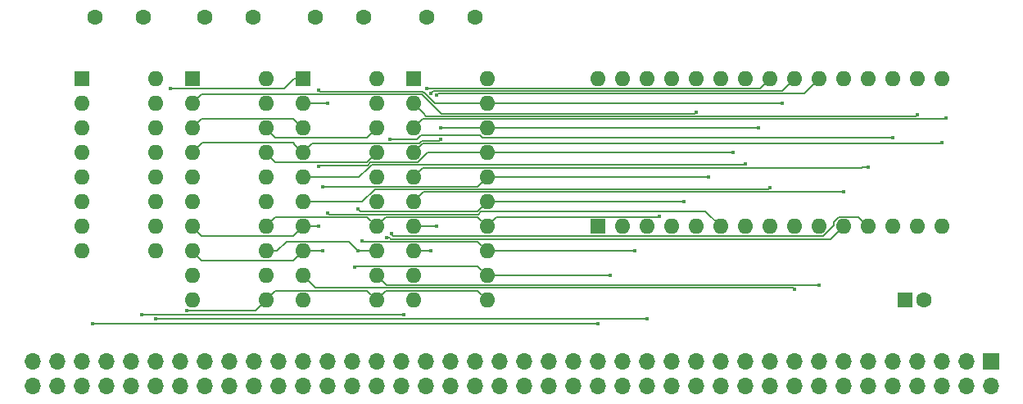
<source format=gbr>
G04 #@! TF.GenerationSoftware,KiCad,Pcbnew,(5.1.0-0)*
G04 #@! TF.CreationDate,2019-12-24T12:01:03-08:00*
G04 #@! TF.ProjectId,SerialCard,53657269-616c-4436-9172-642e6b696361,rev?*
G04 #@! TF.SameCoordinates,Original*
G04 #@! TF.FileFunction,Copper,L1,Top*
G04 #@! TF.FilePolarity,Positive*
%FSLAX46Y46*%
G04 Gerber Fmt 4.6, Leading zero omitted, Abs format (unit mm)*
G04 Created by KiCad (PCBNEW (5.1.0-0)) date 2019-12-24 12:01:03*
%MOMM*%
%LPD*%
G04 APERTURE LIST*
%ADD10O,1.700000X1.700000*%
%ADD11R,1.700000X1.700000*%
%ADD12O,1.600000X1.600000*%
%ADD13R,1.600000X1.600000*%
%ADD14C,1.600000*%
%ADD15C,0.450000*%
%ADD16C,0.127000*%
G04 APERTURE END LIST*
D10*
X64770000Y-133350000D03*
X64770000Y-130810000D03*
X67310000Y-133350000D03*
X67310000Y-130810000D03*
X69850000Y-133350000D03*
X69850000Y-130810000D03*
X72390000Y-133350000D03*
X72390000Y-130810000D03*
X74930000Y-133350000D03*
X74930000Y-130810000D03*
X77470000Y-133350000D03*
X77470000Y-130810000D03*
X80010000Y-133350000D03*
X80010000Y-130810000D03*
X82550000Y-133350000D03*
X82550000Y-130810000D03*
X85090000Y-133350000D03*
X85090000Y-130810000D03*
X87630000Y-133350000D03*
X87630000Y-130810000D03*
X90170000Y-133350000D03*
X90170000Y-130810000D03*
X92710000Y-133350000D03*
X92710000Y-130810000D03*
X95250000Y-133350000D03*
X95250000Y-130810000D03*
X97790000Y-133350000D03*
X97790000Y-130810000D03*
X100330000Y-133350000D03*
X100330000Y-130810000D03*
X102870000Y-133350000D03*
X102870000Y-130810000D03*
X105410000Y-133350000D03*
X105410000Y-130810000D03*
X107950000Y-133350000D03*
X107950000Y-130810000D03*
X110490000Y-133350000D03*
X110490000Y-130810000D03*
X113030000Y-133350000D03*
X113030000Y-130810000D03*
X115570000Y-133350000D03*
X115570000Y-130810000D03*
X118110000Y-133350000D03*
X118110000Y-130810000D03*
X120650000Y-133350000D03*
X120650000Y-130810000D03*
X123190000Y-133350000D03*
X123190000Y-130810000D03*
X125730000Y-133350000D03*
X125730000Y-130810000D03*
X128270000Y-133350000D03*
X128270000Y-130810000D03*
X130810000Y-133350000D03*
X130810000Y-130810000D03*
X133350000Y-133350000D03*
X133350000Y-130810000D03*
X135890000Y-133350000D03*
X135890000Y-130810000D03*
X138430000Y-133350000D03*
X138430000Y-130810000D03*
X140970000Y-133350000D03*
X140970000Y-130810000D03*
X143510000Y-133350000D03*
X143510000Y-130810000D03*
X146050000Y-133350000D03*
X146050000Y-130810000D03*
X148590000Y-133350000D03*
X148590000Y-130810000D03*
X151130000Y-133350000D03*
X151130000Y-130810000D03*
X153670000Y-133350000D03*
X153670000Y-130810000D03*
X156210000Y-133350000D03*
X156210000Y-130810000D03*
X158750000Y-133350000D03*
X158750000Y-130810000D03*
X161290000Y-133350000D03*
X161290000Y-130810000D03*
X163830000Y-133350000D03*
D11*
X163830000Y-130810000D03*
D12*
X111760000Y-101600000D03*
X104140000Y-124460000D03*
X111760000Y-104140000D03*
X104140000Y-121920000D03*
X111760000Y-106680000D03*
X104140000Y-119380000D03*
X111760000Y-109220000D03*
X104140000Y-116840000D03*
X111760000Y-111760000D03*
X104140000Y-114300000D03*
X111760000Y-114300000D03*
X104140000Y-111760000D03*
X111760000Y-116840000D03*
X104140000Y-109220000D03*
X111760000Y-119380000D03*
X104140000Y-106680000D03*
X111760000Y-121920000D03*
X104140000Y-104140000D03*
X111760000Y-124460000D03*
D13*
X104140000Y-101600000D03*
D12*
X88900000Y-101600000D03*
X81280000Y-124460000D03*
X88900000Y-104140000D03*
X81280000Y-121920000D03*
X88900000Y-106680000D03*
X81280000Y-119380000D03*
X88900000Y-109220000D03*
X81280000Y-116840000D03*
X88900000Y-111760000D03*
X81280000Y-114300000D03*
X88900000Y-114300000D03*
X81280000Y-111760000D03*
X88900000Y-116840000D03*
X81280000Y-109220000D03*
X88900000Y-119380000D03*
X81280000Y-106680000D03*
X88900000Y-121920000D03*
X81280000Y-104140000D03*
X88900000Y-124460000D03*
D13*
X81280000Y-101600000D03*
D12*
X100330000Y-101600000D03*
X92710000Y-124460000D03*
X100330000Y-104140000D03*
X92710000Y-121920000D03*
X100330000Y-106680000D03*
X92710000Y-119380000D03*
X100330000Y-109220000D03*
X92710000Y-116840000D03*
X100330000Y-111760000D03*
X92710000Y-114300000D03*
X100330000Y-114300000D03*
X92710000Y-111760000D03*
X100330000Y-116840000D03*
X92710000Y-109220000D03*
X100330000Y-119380000D03*
X92710000Y-106680000D03*
X100330000Y-121920000D03*
X92710000Y-104140000D03*
X100330000Y-124460000D03*
D13*
X92710000Y-101600000D03*
D12*
X77470000Y-101600000D03*
X69850000Y-119380000D03*
X77470000Y-104140000D03*
X69850000Y-116840000D03*
X77470000Y-106680000D03*
X69850000Y-114300000D03*
X77470000Y-109220000D03*
X69850000Y-111760000D03*
X77470000Y-111760000D03*
X69850000Y-109220000D03*
X77470000Y-114300000D03*
X69850000Y-106680000D03*
X77470000Y-116840000D03*
X69850000Y-104140000D03*
X77470000Y-119380000D03*
D13*
X69850000Y-101600000D03*
D14*
X156940000Y-124460000D03*
D13*
X154940000Y-124460000D03*
D14*
X71200000Y-95250000D03*
X76200000Y-95250000D03*
X105490000Y-95250000D03*
X110490000Y-95250000D03*
X93980000Y-95250000D03*
X98980000Y-95250000D03*
X82550000Y-95250000D03*
X87550000Y-95250000D03*
D12*
X158750000Y-101600000D03*
X158750000Y-116840000D03*
X123190000Y-101600000D03*
X156210000Y-116840000D03*
X125730000Y-101600000D03*
X153670000Y-116840000D03*
X128270000Y-101600000D03*
X151130000Y-116840000D03*
X130810000Y-101600000D03*
X148590000Y-116840000D03*
X133350000Y-101600000D03*
X146050000Y-116840000D03*
X135890000Y-101600000D03*
X143510000Y-116840000D03*
X138430000Y-101600000D03*
X140970000Y-116840000D03*
X140970000Y-101600000D03*
X138430000Y-116840000D03*
X143510000Y-101600000D03*
X135890000Y-116840000D03*
X146050000Y-101600000D03*
X133350000Y-116840000D03*
X148590000Y-101600000D03*
X130810000Y-116840000D03*
X151130000Y-101600000D03*
X128270000Y-116840000D03*
X153670000Y-101600000D03*
X125730000Y-116840000D03*
X156210000Y-101600000D03*
D13*
X123190000Y-116840000D03*
D15*
X158750000Y-108204000D03*
X159165500Y-105664000D03*
X156210000Y-105273999D03*
X101727000Y-107813999D03*
X153670000Y-107696000D03*
X101854000Y-117602000D03*
X101346000Y-117973999D03*
X146050000Y-122936000D03*
X143510000Y-123351500D03*
X140970000Y-112868500D03*
X105537000Y-102616000D03*
X138430000Y-110353999D03*
X105952500Y-103132086D03*
X105952500Y-119380000D03*
X95250000Y-115433999D03*
X95250000Y-104140000D03*
X106540639Y-103285500D03*
X106553000Y-116840000D03*
X133350000Y-105019989D03*
X148590000Y-113284000D03*
X151130000Y-110744000D03*
X79037503Y-102616000D03*
X77470000Y-126399500D03*
X128270000Y-126365000D03*
X106956139Y-106680000D03*
X106959489Y-107813999D03*
X139827000Y-106680000D03*
X103124000Y-125984000D03*
X76073000Y-125984000D03*
X70993000Y-126873000D03*
X123190000Y-126873000D03*
X98840500Y-118364000D03*
X127000000Y-119380000D03*
X98425000Y-119380000D03*
X98425000Y-115062000D03*
X132080000Y-114300000D03*
X94361000Y-116840000D03*
X94361000Y-110617000D03*
X137160000Y-109220000D03*
X94361000Y-102733999D03*
X142240000Y-104140000D03*
X80674573Y-125568500D03*
X98044000Y-121031000D03*
X124460000Y-121920000D03*
X129540000Y-115824000D03*
X94776500Y-112776000D03*
X94742000Y-119380000D03*
X134620000Y-111760000D03*
D16*
X105130501Y-108229499D02*
X111284559Y-108229499D01*
X104140000Y-109220000D02*
X105130501Y-108229499D01*
X158724501Y-108229499D02*
X158750000Y-108204000D01*
X111284559Y-108229499D02*
X158724501Y-108229499D01*
X105130501Y-105689499D02*
X111284559Y-105689499D01*
X104140000Y-106680000D02*
X105130501Y-105689499D01*
X159140001Y-105689499D02*
X159165500Y-105664000D01*
X111284559Y-105689499D02*
X159140001Y-105689499D01*
X104140000Y-104140000D02*
X105156000Y-105156000D01*
X156048510Y-105435489D02*
X156210000Y-105273999D01*
X105435489Y-105435489D02*
X156048510Y-105435489D01*
X105156000Y-105156000D02*
X105435489Y-105435489D01*
X104471943Y-107813999D02*
X101727000Y-107813999D01*
X111012556Y-107398498D02*
X104887444Y-107398498D01*
X111284559Y-107670501D02*
X111012556Y-107398498D01*
X104887444Y-107398498D02*
X104471943Y-107813999D01*
X153644501Y-107670501D02*
X111284559Y-107670501D01*
X153670000Y-107696000D02*
X153644501Y-107670501D01*
X148114559Y-115849499D02*
X150139499Y-115849499D01*
X150139499Y-115849499D02*
X150330001Y-116040001D01*
X147599499Y-116364559D02*
X148114559Y-115849499D01*
X150330001Y-116040001D02*
X151130000Y-116840000D01*
X147599499Y-116756443D02*
X147599499Y-116364559D01*
X146525441Y-117830501D02*
X147599499Y-116756443D01*
X102082501Y-117830501D02*
X146525441Y-117830501D01*
X101854000Y-117602000D02*
X102082501Y-117830501D01*
X101664198Y-117973999D02*
X101825688Y-118135489D01*
X101346000Y-117973999D02*
X101664198Y-117973999D01*
X147294511Y-118135489D02*
X148590000Y-116840000D01*
X101825688Y-118135489D02*
X147294511Y-118135489D01*
X101346000Y-122936000D02*
X146050000Y-122936000D01*
X100330000Y-121920000D02*
X101346000Y-122936000D01*
X143348510Y-123190010D02*
X143510000Y-123351500D01*
X93980010Y-123190010D02*
X143348510Y-123190010D01*
X92710000Y-121920000D02*
X93980010Y-123190010D01*
X140833989Y-113004511D02*
X140970000Y-112868500D01*
X100159547Y-113004511D02*
X140833989Y-113004511D01*
X98864058Y-114300000D02*
X100159547Y-113004511D01*
X92710000Y-114300000D02*
X98864058Y-114300000D01*
X140970000Y-101600000D02*
X139954000Y-102616000D01*
X139954000Y-102616000D02*
X105537000Y-102616000D01*
X98508448Y-111760000D02*
X99498949Y-110769499D01*
X92710000Y-111760000D02*
X98508448Y-111760000D01*
X99498949Y-110769499D02*
X99803937Y-110464511D01*
X138319488Y-110464511D02*
X138430000Y-110353999D01*
X99803937Y-110464511D02*
X138319488Y-110464511D01*
X143510000Y-101600000D02*
X142240000Y-102870000D01*
X106214586Y-102870000D02*
X105952500Y-103132086D01*
X142240000Y-102870000D02*
X106214586Y-102870000D01*
X105952500Y-119380000D02*
X104140000Y-119380000D01*
X95250000Y-104140000D02*
X92710000Y-104140000D01*
X134340501Y-115290501D02*
X135890000Y-116840000D01*
X110823735Y-115595489D02*
X111128723Y-115290501D01*
X95411490Y-115595489D02*
X110823735Y-115595489D01*
X111128723Y-115290501D02*
X134340501Y-115290501D01*
X95250000Y-115433999D02*
X95411490Y-115595489D01*
X146050000Y-101600000D02*
X144526000Y-103124000D01*
X106702139Y-103124000D02*
X106540639Y-103285500D01*
X144526000Y-103124000D02*
X106702139Y-103124000D01*
X106553000Y-116840000D02*
X104140000Y-116840000D01*
X82270501Y-103149499D02*
X81280000Y-104140000D01*
X104995747Y-103149499D02*
X82270501Y-103149499D01*
X107027727Y-105181479D02*
X104995747Y-103149499D01*
X133188510Y-105181479D02*
X107027727Y-105181479D01*
X133350000Y-105019989D02*
X133188510Y-105181479D01*
X105156000Y-113284000D02*
X148590000Y-113284000D01*
X104140000Y-114300000D02*
X105156000Y-113284000D01*
X105130501Y-110769499D02*
X150469501Y-110769499D01*
X104140000Y-111760000D02*
X105130501Y-110769499D01*
X150495000Y-110744000D02*
X150469501Y-110769499D01*
X151130000Y-110744000D02*
X150495000Y-110744000D01*
X91783000Y-101600000D02*
X90767000Y-102616000D01*
X90767000Y-102616000D02*
X79037503Y-102616000D01*
X92710000Y-101600000D02*
X91783000Y-101600000D01*
X128235500Y-126399500D02*
X128270000Y-126365000D01*
X77470000Y-126399500D02*
X128235500Y-126399500D01*
X104771277Y-108229499D02*
X93700501Y-108229499D01*
X93700501Y-108229499D02*
X92710000Y-109220000D01*
X105025287Y-107975489D02*
X104771277Y-108229499D01*
X91910001Y-108420001D02*
X92710000Y-109220000D01*
X91694000Y-108204000D02*
X91910001Y-108420001D01*
X82296000Y-108204000D02*
X91694000Y-108204000D01*
X81280000Y-109220000D02*
X82296000Y-108204000D01*
X111760000Y-106680000D02*
X106956139Y-106680000D01*
X106959489Y-107813999D02*
X106943001Y-107813999D01*
X106943001Y-107813999D02*
X106781511Y-107975489D01*
X106781511Y-107975489D02*
X105025287Y-107975489D01*
X111760000Y-106680000D02*
X139827000Y-106680000D01*
X103124000Y-125984000D02*
X76073000Y-125984000D01*
X70993000Y-126873000D02*
X123190000Y-126873000D01*
X110769499Y-118389499D02*
X98865999Y-118389499D01*
X98865999Y-118389499D02*
X98840500Y-118364000D01*
X111760000Y-119380000D02*
X110769499Y-118389499D01*
X99348501Y-110201499D02*
X100330000Y-109220000D01*
X94161559Y-110201499D02*
X99348501Y-110201499D01*
X94152557Y-110210501D02*
X94161559Y-110201499D01*
X89890501Y-110210501D02*
X94152557Y-110210501D01*
X88900000Y-109220000D02*
X89890501Y-110210501D01*
X111760000Y-119380000D02*
X127000000Y-119380000D01*
X111760000Y-114300000D02*
X110744000Y-115316000D01*
X98425000Y-119380000D02*
X100330000Y-119380000D01*
X98200001Y-119155001D02*
X98425000Y-119380000D01*
X97434499Y-118389499D02*
X98200001Y-119155001D01*
X91021871Y-118389499D02*
X97434499Y-118389499D01*
X90031370Y-119380000D02*
X91021871Y-118389499D01*
X88900000Y-119380000D02*
X90031370Y-119380000D01*
X98679000Y-115316000D02*
X98425000Y-115062000D01*
X99441000Y-115316000D02*
X98679000Y-115316000D01*
X110744000Y-115316000D02*
X99441000Y-115316000D01*
X111760000Y-114300000D02*
X132080000Y-114300000D01*
X94361000Y-116840000D02*
X92710000Y-116840000D01*
X91910001Y-117639999D02*
X92710000Y-116840000D01*
X91719499Y-117830501D02*
X91910001Y-117639999D01*
X82270501Y-117830501D02*
X91719499Y-117830501D01*
X81280000Y-116840000D02*
X82270501Y-117830501D01*
X94462511Y-110515489D02*
X94361000Y-110617000D01*
X99393735Y-110515489D02*
X94462511Y-110515489D01*
X99698723Y-110210501D02*
X99393735Y-110515489D01*
X104615441Y-110210501D02*
X99698723Y-110210501D01*
X105605942Y-109220000D02*
X104615441Y-110210501D01*
X111760000Y-109220000D02*
X105605942Y-109220000D01*
X111760000Y-109220000D02*
X137160000Y-109220000D01*
X111760000Y-104140000D02*
X106345472Y-104140000D01*
X106345472Y-104140000D02*
X105306236Y-103100764D01*
X105306236Y-103100764D02*
X105100961Y-102895489D01*
X94522490Y-102895489D02*
X94361000Y-102733999D01*
X105100961Y-102895489D02*
X94522490Y-102895489D01*
X91719499Y-105689499D02*
X91910001Y-105880001D01*
X82270501Y-105689499D02*
X91719499Y-105689499D01*
X91910001Y-105880001D02*
X92710000Y-106680000D01*
X81280000Y-106680000D02*
X82270501Y-105689499D01*
X111760000Y-104140000D02*
X142240000Y-104140000D01*
X101129999Y-123660001D02*
X100330000Y-124460000D01*
X101320501Y-123469499D02*
X101129999Y-123660001D01*
X110769499Y-123469499D02*
X101320501Y-123469499D01*
X111760000Y-124460000D02*
X110769499Y-123469499D01*
X89699999Y-123660001D02*
X88900000Y-124460000D01*
X89890501Y-123469499D02*
X89699999Y-123660001D01*
X99339499Y-123469499D02*
X89890501Y-123469499D01*
X100330000Y-124460000D02*
X99339499Y-123469499D01*
X87791500Y-125568500D02*
X80674573Y-125568500D01*
X88900000Y-124460000D02*
X87791500Y-125568500D01*
X98145501Y-120929499D02*
X98044000Y-121031000D01*
X110769499Y-120929499D02*
X98145501Y-120929499D01*
X111760000Y-121920000D02*
X110769499Y-120929499D01*
X99339499Y-107670501D02*
X99530001Y-107479999D01*
X99530001Y-107479999D02*
X100330000Y-106680000D01*
X89890501Y-107670501D02*
X99339499Y-107670501D01*
X88900000Y-106680000D02*
X89890501Y-107670501D01*
X111760000Y-121920000D02*
X124460000Y-121920000D01*
X101129999Y-116040001D02*
X100330000Y-116840000D01*
X101320501Y-115849499D02*
X101129999Y-116040001D01*
X110769499Y-115849499D02*
X101320501Y-115849499D01*
X111760000Y-116840000D02*
X110769499Y-115849499D01*
X99339499Y-115849499D02*
X89890501Y-115849499D01*
X89699999Y-116040001D02*
X88900000Y-116840000D01*
X89890501Y-115849499D02*
X89699999Y-116040001D01*
X100330000Y-116840000D02*
X99339499Y-115849499D01*
X129514501Y-115849499D02*
X129540000Y-115824000D01*
X112750501Y-115849499D02*
X129514501Y-115849499D01*
X111760000Y-116840000D02*
X112750501Y-115849499D01*
X110769499Y-112750501D02*
X100805441Y-112750501D01*
X111760000Y-111760000D02*
X110769499Y-112750501D01*
X94801999Y-112750501D02*
X94776500Y-112776000D01*
X100805441Y-112750501D02*
X94801999Y-112750501D01*
X94742000Y-119380000D02*
X92710000Y-119380000D01*
X91910001Y-120179999D02*
X92710000Y-119380000D01*
X91719499Y-120370501D02*
X91910001Y-120179999D01*
X82270501Y-120370501D02*
X91719499Y-120370501D01*
X81280000Y-119380000D02*
X82270501Y-120370501D01*
X111760000Y-111760000D02*
X134620000Y-111760000D01*
M02*

</source>
